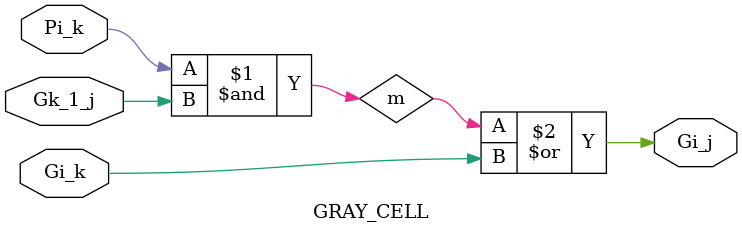
<source format=v>
module GRAY_CELL(input Gi_k,
				 input Pi_k,
				 input Gk_1_j,
				 output Gi_j);
//////////////////////////////////////////////////////////////////////

//-----------------------internal signal----------------------------//
				 wire m;
//////////////////////////////////////////////////////////////////////

//-----------------------architecture-------------------------------//
				 and (m,Pi_k,Gk_1_j);
				 or  (Gi_j,m,Gi_k);
//////////////////////////////////////////////////////////////////////
endmodule


</source>
